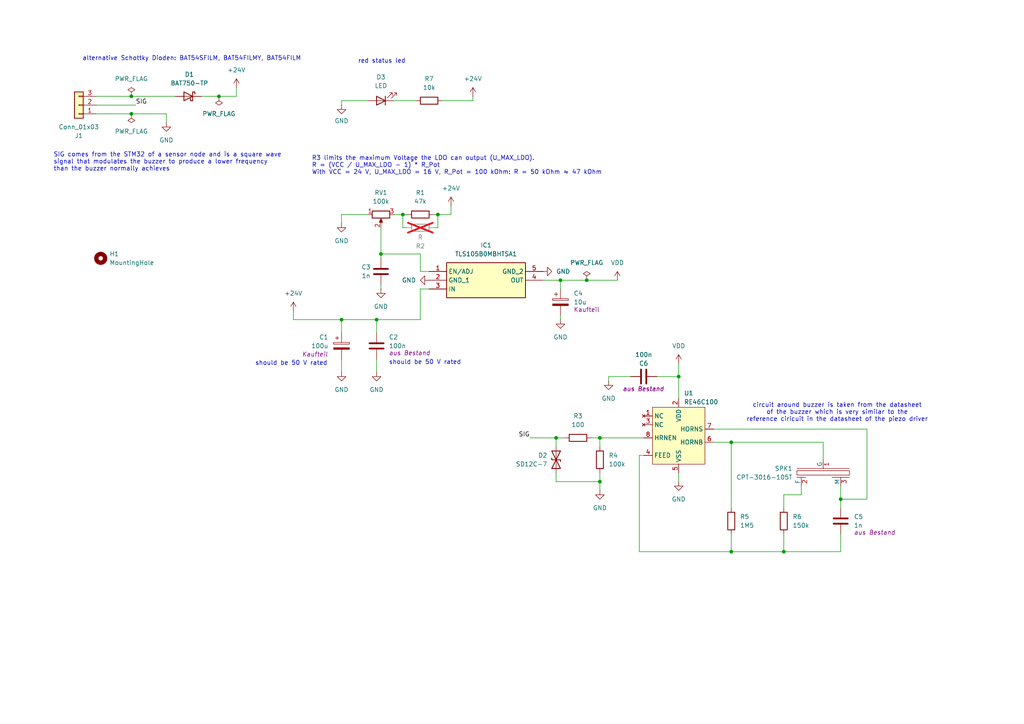
<source format=kicad_sch>
(kicad_sch (version 20231120) (generator "eeschema") (generator_version "8.0")
  (paper "A4")
  (title_block (title "Soundbox") (date "2024-12-04") (rev "FT25 v1.0") (company "FaSTTUBe"))
  (lib_symbols
    (symbol "Connector_Generic:Conn_01x03" (pin_names (offset 1.016) hide)
      (property "Reference" "J" (at 0 5.08 0))
      (property "Value" "Conn_01x03" (at 0 -5.08 0))
      (symbol "Conn_01x03_1_1"
        (rectangle (start -1.27 -2.413) (end 0 -2.667) (stroke (width 0.1524)))
        (rectangle (start -1.27 0.127) (end 0 -0.127) (stroke (width 0.1524)))
        (rectangle (start -1.27 2.667) (end 0 2.413) (stroke (width 0.1524)))
        (rectangle (start -1.27 3.81) (end 1.27 -3.81) (stroke (width 0.254)) (fill (type background)))
        (pin passive line (at -5.08 2.54 0) (length 3.81) (name "Pin_1") (number "1"))
        (pin passive line (at -5.08 0 0) (length 3.81) (name "Pin_2") (number "2"))
        (pin passive line (at -5.08 -2.54 0) (length 3.81) (name "Pin_3") (number "3"))
      )
    )
    (symbol "Device:C" (pin_numbers hide) (pin_names (offset 0.254))
      (property "Reference" "C" (at 0.635 2.54 0))
      (property "Value" "C" (at 0.635 -2.54 0))
      (symbol "C_0_1"
        (polyline (pts (xy -2.032 -0.762) (xy 2.032 -0.762)) (stroke (width 0.508)))
        (polyline (pts (xy -2.032 0.762) (xy 2.032 0.762)) (stroke (width 0.508)))
      )
      (symbol "C_1_1"
        (pin passive line (at 0 3.81 270) (length 2.794) (name "~") (number "1"))
        (pin passive line (at 0 -3.81 90) (length 2.794) (name "~") (number "2"))
      )
    )
    (symbol "Device:C_Polarized" (pin_numbers hide) (pin_names (offset 0.254))
      (property "Reference" "C" (at 0.635 2.54 0))
      (property "Value" "C_Polarized" (at 0.635 -2.54 0))
      (symbol "C_Polarized_0_1"
        (rectangle (start -2.286 0.508) (end 2.286 1.016))
        (polyline (pts (xy -1.778 2.286) (xy -0.762 2.286)))
        (polyline (pts (xy -1.27 2.794) (xy -1.27 1.778)))
        (rectangle (start 2.286 -0.508) (end -2.286 -1.016) (fill (type outline)))
      )
      (symbol "C_Polarized_1_1"
        (pin passive line (at 0 3.81 270) (length 2.794) (name "~") (number "1"))
        (pin passive line (at 0 -3.81 90) (length 2.794) (name "~") (number "2"))
      )
    )
    (symbol "Device:D_Schottky" (pin_numbers hide) (pin_names (offset 1.016) hide)
      (property "Reference" "D2" (at -0.3175 6.35 0))
      (property "Value" "BAT750-TP" (at -0.3175 3.81 0))
      (symbol "D_Schottky_0_1"
        (polyline (pts (xy 1.27 0) (xy -1.27 0)))
        (polyline (pts (xy 1.27 1.27) (xy 1.27 -1.27) (xy -1.27 0) (xy 1.27 1.27)) (stroke (width 0.254)))
        (polyline (pts (xy -1.905 0.635) (xy -1.905 1.27) (xy -1.27 1.27) (xy -1.27 -1.27) (xy -0.635 -1.27) (xy -0.635 -0.635)) (stroke (width 0.254)))
      )
      (symbol "D_Schottky_1_1"
        (pin passive line (at 3.81 0 180) (length 2.54) (name "A") (number "1"))
        (pin passive line (at -3.81 0 0) (length 2.54) (name "K") (number "3"))
      )
    )
    (symbol "Device:D_TVS" (pin_numbers hide) (pin_names (offset 1.016) hide)
      (property "Reference" "D" (at 0 2.54 0))
      (property "Value" "D_TVS" (at 0 -2.54 0))
      (symbol "D_TVS_0_1"
        (polyline (pts (xy 1.27 0) (xy -1.27 0)))
        (polyline (pts (xy 0.508 1.27) (xy 0 1.27) (xy 0 -1.27) (xy -0.508 -1.27)) (stroke (width 0.254)))
        (polyline (pts (xy -2.54 1.27) (xy -2.54 -1.27) (xy 2.54 1.27) (xy 2.54 -1.27) (xy -2.54 1.27)) (stroke (width 0.254)))
      )
      (symbol "D_TVS_1_1"
        (pin passive line (at -3.81 0 0) (length 2.54) (name "A1") (number "1"))
        (pin passive line (at 3.81 0 180) (length 2.54) (name "A2") (number "2"))
      )
    )
    (symbol "Device:LED" (pin_numbers hide) (pin_names (offset 1.016) hide)
      (property "Reference" "D" (at 0 2.54 0))
      (property "Value" "LED" (at 0 -2.54 0))
      (symbol "LED_0_1"
        (polyline (pts (xy -1.27 -1.27) (xy -1.27 1.27)) (stroke (width 0.254)))
        (polyline (pts (xy -1.27 0) (xy 1.27 0)))
        (polyline (pts (xy 1.27 -1.27) (xy 1.27 1.27) (xy -1.27 0) (xy 1.27 -1.27)) (stroke (width 0.254)))
        (polyline (pts (xy -3.048 -0.762) (xy -4.572 -2.286) (xy -3.81 -2.286) (xy -4.572 -2.286) (xy -4.572 -1.524)))
        (polyline (pts (xy -1.778 -0.762) (xy -3.302 -2.286) (xy -2.54 -2.286) (xy -3.302 -2.286) (xy -3.302 -1.524)))
      )
      (symbol "LED_1_1"
        (pin passive line (at -3.81 0 0) (length 2.54) (name "K") (number "1"))
        (pin passive line (at 3.81 0 180) (length 2.54) (name "A") (number "2"))
      )
    )
    (symbol "Device:R" (pin_numbers hide) (pin_names (offset 0))
      (property "Reference" "R" (at 2.032 0 90))
      (property "Value" "R" (at 0 0 90))
      (symbol "R_0_1"
        (rectangle (start -1.016 -2.54) (end 1.016 2.54) (stroke (width 0.254)))
      )
      (symbol "R_1_1"
        (pin passive line (at 0 3.81 270) (length 1.27) (name "~") (number "1"))
        (pin passive line (at 0 -3.81 90) (length 1.27) (name "~") (number "2"))
      )
    )
    (symbol "Device:R_Potentiometer" (pin_names (offset 1.016) hide)
      (property "Reference" "RV" (at -4.445 0 90))
      (property "Value" "R_Potentiometer" (at -2.54 0 90))
      (symbol "R_Potentiometer_0_1"
        (polyline (pts (xy 2.54 0) (xy 1.524 0)))
        (polyline (pts (xy 1.143 0) (xy 2.286 0.508) (xy 2.286 -0.508) (xy 1.143 0)) (fill (type outline)))
        (rectangle (start 1.016 2.54) (end -1.016 -2.54) (stroke (width 0.254)))
      )
      (symbol "R_Potentiometer_1_1"
        (pin passive line (at 0 3.81 270) (length 1.27) (name "1") (number "1"))
        (pin passive line (at 3.81 0 180) (length 1.27) (name "2") (number "2"))
        (pin passive line (at 0 -3.81 90) (length 1.27) (name "3") (number "3"))
      )
    )
    (symbol "Mechanical:MountingHole" (pin_names (offset 1.016)) (exclude_from_sim yes) (in_bom no)
      (property "Reference" "H" (at 0 5.08 0))
      (property "Value" "MountingHole" (at 0 3.175 0))
      (symbol "MountingHole_0_1"
        (circle (center 0 0) (radius 1.27) (stroke (width 1.27)))
      )
    )
    (symbol "power:+24V" (power) (pin_numbers hide) (pin_names (offset 0) hide)
      (property "Value" "+24V" (at 0 3.556 0))
      (symbol "+24V_0_1"
        (polyline (pts (xy -0.762 1.27) (xy 0 2.54)))
        (polyline (pts (xy 0 0) (xy 0 2.54)))
        (polyline (pts (xy 0 2.54) (xy 0.762 1.27)))
      )
      (symbol "+24V_1_1"
        (pin power_in line (at 0 0 90) (length 0) (name "~") (number "1"))
      )
    )
    (symbol "power:GND" (power) (pin_numbers hide) (pin_names (offset 0) hide)
      (property "Value" "GND" (at 0 -3.81 0))
      (symbol "GND_0_1"
        (polyline (pts (xy 0 0) (xy 0 -1.27) (xy 1.27 -1.27) (xy 0 -2.54) (xy -1.27 -1.27) (xy 0 -1.27)))
      )
      (symbol "GND_1_1"
        (pin power_in line (at 0 0 270) (length 0) (name "~") (number "1"))
      )
    )
    (symbol "power:PWR_FLAG" (power) (pin_numbers hide) (pin_names (offset 0) hide)
      (property "Value" "PWR_FLAG" (at 0 3.81 0))
      (symbol "PWR_FLAG_0_0"
        (pin power_out line (at 0 0 90) (length 0) (name "~") (number "1"))
      )
      (symbol "PWR_FLAG_0_1"
        (polyline (pts (xy 0 0) (xy 0 1.27) (xy -1.016 1.905) (xy 0 2.54) (xy 1.016 1.905) (xy 0 1.27)))
      )
    )
    (symbol "power:VDD" (power) (pin_numbers hide) (pin_names (offset 0) hide)
      (property "Value" "VDD" (at 0 3.556 0))
      (symbol "VDD_0_1"
        (polyline (pts (xy -0.762 1.27) (xy 0 2.54)))
        (polyline (pts (xy 0 0) (xy 0 2.54)))
        (polyline (pts (xy 0 2.54) (xy 0.762 1.27)))
      )
      (symbol "VDD_1_1"
        (pin power_in line (at 0 0 90) (length 0) (name "~") (number "1"))
      )
    )
    (symbol "soundbox:CPT-3016-105T" (pin_names (offset 0))
      (property "Reference" "SPK" (at -5.588 2.54 0))
      (property "Value" "CPT-3016-105T" (at 10.668 2.54 0))
      (symbol "CPT-3016-105T_0_0"
        (pin passive line (at 0 3.81 270) (length 2.54) (name "G") (number "1"))
        (pin passive line (at -6.35 -3.81 90) (length 2.54) (name "F") (number "2"))
        (pin passive line (at 5.08 -3.81 90) (length 2.54) (name "M") (number "3"))
      )
      (symbol "CPT-3016-105T_0_1"
        (rectangle (start -7.62 0.635) (end 7.62 -0.635))
        (polyline (pts (xy -7.62 -1.27) (xy -5.08 -1.27)))
        (polyline (pts (xy 7.62 -1.27) (xy 2.54 -1.27)))
        (polyline (pts (xy 7.62 1.27) (xy -7.62 1.27)))
      )
    )
    (symbol "soundbox:RE46C100"
      (property "Reference" "U" (at -6.604 9.144 0))
      (property "Value" "RE46C100" (at 5.842 9.144 0))
      (symbol "RE46C100_0_0"
        (pin no_connect line (at -10.16 5.08 0) (length 2.54) (name "NC") (number "1"))
        (pin power_in line (at 0 10.16 270) (length 2.54) (name "VDD") (number "2"))
        (pin no_connect line (at -10.16 2.54 0) (length 2.54) (name "NC") (number "3"))
        (pin input line (at -10.16 -6.35 0) (length 2.54) (name "FEED") (number "4"))
        (pin power_in line (at 0 -11.43 90) (length 2.54) (name "VSS") (number "5"))
        (pin output line (at 10.16 -2.54 180) (length 2.54) (name "HORNB") (number "6"))
        (pin output line (at 10.16 1.27 180) (length 2.54) (name "HORNS") (number "7"))
        (pin input line (at -10.16 -1.27 0) (length 2.54) (name "HRNEN") (number "8"))
      )
      (symbol "RE46C100_1_1"
        (rectangle (start -7.62 7.62) (end 7.62 -8.89) (fill (type background)))
      )
    )
    (symbol "soundbox:TLS105B0MBHTSA1"
      (property "Reference" "IC" (at 29.21 7.62 0))
      (property "Value" "TLS105B0MBHTSA1" (at 29.21 5.08 0))
      (symbol "TLS105B0MBHTSA1_1_1"
        (rectangle (start 5.08 2.54) (end 27.94 -7.62) (stroke (width 0.254)) (fill (type background)))
        (pin passive line (at 0 0 0) (length 5.08) (name "EN/ADJ") (number "1"))
        (pin passive line (at 0 -2.54 0) (length 5.08) (name "GND_1") (number "2"))
        (pin passive line (at 0 -5.08 0) (length 5.08) (name "IN") (number "3"))
        (pin passive line (at 33.02 -2.54 180) (length 5.08) (name "OUT") (number "4"))
        (pin passive line (at 33.02 0 180) (length 5.08) (name "GND_2") (number "5"))
      )
    )
  )
  (junction (at 196.85 109.22))
  (junction (at 173.99 139.7))
  (junction (at 38.1 27.94))
  (junction (at 243.84 144.78))
  (junction (at 63.5 27.94))
  (junction (at 99.06 92.71))
  (junction (at 110.49 73.66))
  (junction (at 38.1 33.02))
  (junction (at 116.84 62.23))
  (junction (at 109.22 92.71))
  (junction (at 162.56 81.28))
  (junction (at 127 62.23))
  (junction (at 161.29 127))
  (junction (at 212.09 160.02))
  (junction (at 212.09 128.27))
  (junction (at 227.33 160.02))
  (junction (at 173.99 127))
  (junction (at 170.18 81.28))
  (wire (pts (xy 27.94 27.94) (xy 38.1 27.94)))
  (wire (pts (xy 171.45 127) (xy 173.99 127)))
  (wire (pts (xy 243.84 140.97) (xy 243.84 144.78)))
  (wire (pts (xy 227.33 147.32) (xy 227.33 143.51)))
  (wire (pts (xy 207.01 128.27) (xy 212.09 128.27)))
  (wire (pts (xy 110.49 74.93) (xy 110.49 73.66)))
  (wire (pts (xy 125.73 62.23) (xy 127 62.23)))
  (wire (pts (xy 27.94 33.02) (xy 38.1 33.02)))
  (wire (pts (xy 109.22 92.71) (xy 121.92 92.71)))
  (wire (pts (xy 109.22 104.14) (xy 109.22 107.95)))
  (wire (pts (xy 170.18 81.28) (xy 179.07 81.28)))
  (wire (pts (xy 173.99 127) (xy 186.69 127)))
  (wire (pts (xy 121.92 73.66) (xy 121.92 78.74)))
  (wire (pts (xy 118.11 66.04) (xy 116.84 66.04)))
  (wire (pts (xy 48.26 33.02) (xy 48.26 35.56)))
  (wire (pts (xy 196.85 137.16) (xy 196.85 139.7)))
  (wire (pts (xy 128.27 29.21) (xy 137.16 29.21)))
  (wire (pts (xy 114.3 29.21) (xy 120.65 29.21)))
  (wire (pts (xy 63.5 27.94) (xy 68.58 27.94)))
  (wire (pts (xy 190.5 109.22) (xy 196.85 109.22)))
  (wire (pts (xy 161.29 139.7) (xy 173.99 139.7)))
  (wire (pts (xy 27.94 30.48) (xy 39.37 30.48)))
  (wire (pts (xy 110.49 73.66) (xy 121.92 73.66)))
  (wire (pts (xy 99.06 92.71) (xy 99.06 96.52)))
  (wire (pts (xy 162.56 91.44) (xy 162.56 92.71)))
  (wire (pts (xy 212.09 154.94) (xy 212.09 160.02)))
  (wire (pts (xy 243.84 144.78) (xy 251.46 144.78)))
  (wire (pts (xy 109.22 92.71) (xy 99.06 92.71)))
  (wire (pts (xy 251.46 124.46) (xy 207.01 124.46)))
  (wire (pts (xy 85.09 90.17) (xy 85.09 92.71)))
  (wire (pts (xy 110.49 83.82) (xy 110.49 82.55)))
  (wire (pts (xy 212.09 128.27) (xy 238.76 128.27)))
  (wire (pts (xy 58.42 27.94) (xy 63.5 27.94)))
  (wire (pts (xy 99.06 29.21) (xy 99.06 30.48)))
  (wire (pts (xy 227.33 143.51) (xy 232.41 143.51)))
  (wire (pts (xy 173.99 137.16) (xy 173.99 139.7)))
  (wire (pts (xy 243.84 154.94) (xy 243.84 160.02)))
  (wire (pts (xy 162.56 81.28) (xy 162.56 83.82)))
  (wire (pts (xy 127 66.04) (xy 127 62.23)))
  (wire (pts (xy 243.84 144.78) (xy 243.84 147.32)))
  (wire (pts (xy 137.16 29.21) (xy 137.16 27.94)))
  (wire (pts (xy 106.68 29.21) (xy 99.06 29.21)))
  (wire (pts (xy 232.41 143.51) (xy 232.41 140.97)))
  (wire (pts (xy 161.29 127) (xy 163.83 127)))
  (wire (pts (xy 118.11 62.23) (xy 116.84 62.23)))
  (wire (pts (xy 162.56 81.28) (xy 170.18 81.28)))
  (wire (pts (xy 110.49 66.04) (xy 110.49 73.66)))
  (wire (pts (xy 161.29 137.16) (xy 161.29 139.7)))
  (wire (pts (xy 116.84 66.04) (xy 116.84 62.23)))
  (wire (pts (xy 227.33 160.02) (xy 243.84 160.02)))
  (wire (pts (xy 116.84 62.23) (xy 114.3 62.23)))
  (wire (pts (xy 99.06 64.77) (xy 99.06 62.23)))
  (wire (pts (xy 153.67 127) (xy 161.29 127)))
  (wire (pts (xy 185.42 160.02) (xy 212.09 160.02)))
  (wire (pts (xy 161.29 127) (xy 161.29 129.54)))
  (wire (pts (xy 173.99 139.7) (xy 173.99 142.24)))
  (wire (pts (xy 196.85 105.41) (xy 196.85 109.22)))
  (wire (pts (xy 99.06 92.71) (xy 85.09 92.71)))
  (wire (pts (xy 127 62.23) (xy 130.81 62.23)))
  (wire (pts (xy 173.99 127) (xy 173.99 129.54)))
  (wire (pts (xy 212.09 128.27) (xy 212.09 147.32)))
  (wire (pts (xy 185.42 132.08) (xy 185.42 160.02)))
  (wire (pts (xy 38.1 33.02) (xy 48.26 33.02)))
  (wire (pts (xy 121.92 92.71) (xy 121.92 83.82)))
  (wire (pts (xy 121.92 78.74) (xy 124.46 78.74)))
  (wire (pts (xy 68.58 25.4) (xy 68.58 27.94)))
  (wire (pts (xy 238.76 128.27) (xy 238.76 133.35)))
  (wire (pts (xy 38.1 27.94) (xy 50.8 27.94)))
  (wire (pts (xy 196.85 109.22) (xy 196.85 115.57)))
  (wire (pts (xy 130.81 62.23) (xy 130.81 59.69)))
  (wire (pts (xy 121.92 83.82) (xy 124.46 83.82)))
  (wire (pts (xy 212.09 160.02) (xy 227.33 160.02)))
  (wire (pts (xy 176.53 109.22) (xy 176.53 110.49)))
  (wire (pts (xy 227.33 154.94) (xy 227.33 160.02)))
  (wire (pts (xy 186.69 132.08) (xy 185.42 132.08)))
  (wire (pts (xy 182.88 109.22) (xy 176.53 109.22)))
  (wire (pts (xy 157.48 81.28) (xy 162.56 81.28)))
  (wire (pts (xy 251.46 144.78) (xy 251.46 124.46)))
  (wire (pts (xy 99.06 62.23) (xy 106.68 62.23)))
  (wire (pts (xy 99.06 104.14) (xy 99.06 107.95)))
  (wire (pts (xy 109.22 92.71) (xy 109.22 96.52)))
  (wire (pts (xy 125.73 66.04) (xy 127 66.04)))
  (text "R3 limits the maximum Voltage the LDO can output (U_MAX_LDO).\nR = (VCC / U_MAX_LDO - 1) * R_Pot\nWith VCC = 24 V, U_MAX_LDO = 16 V, R_Pot = 100 kOhm: R = 50 kOhm ≈ 47 kOhm" (at 90.424 48.006 0) (effects (font (size 1.27 1.27)) (justify left)))
  (text "circuit around buzzer is taken from the datasheet\nof the buzzer which is very similar to the\nreference ciricuit in the datasheet of the piezo driver" (at 242.824 119.634 0) (effects (font (size 1.27 1.27))))
  (text "should be 50 V rated" (at 112.776 105.156 0) (effects (font (size 1.27 1.27)) (justify left)))
  (text "red status led" (at 110.744 17.78 0) (effects (font (size 1.27 1.27))))
  (text "alternative Schottky Dioden: BAT54SFILM, BAT54FILMY, BAT54FILM" (at 55.626 17.018 0) (effects (font (size 1.27 1.27))))
  (text "should be 50 V rated" (at 94.996 105.41 0) (effects (font (size 1.27 1.27)) (justify right)))
  (text "SIG comes from the STM32 of a sensor node and is a square wave\nsignal that modulates the buzzer to produce a lower frequency\nthan the buzzer normally achieves" (at 15.494 46.99 0) (effects (font (size 1.27 1.27)) (justify left)))
  (label "SIG" (at 153.67 127 180))
  (label "SIG" (at 39.37 30.48 0))
  (symbol (lib_id "power:+24V") (at 68.58 25.4 0) (unit 1)
    (property "Reference" "#PWR02" (effects (hide yes)))
    (property "Value" "+24V" (at 68.58 20.32 0))
    (property "Description" "Power symbol creates a global label with name \"+24V\"" (effects (hide yes)))
  )
  (symbol (lib_id "power:GND") (at 99.06 30.48 0) (unit 1)
    (property "Reference" "#PWR017" (effects (hide yes)))
    (property "Value" "GND" (at 99.06 35.052 0))
    (property "Description" "Power symbol creates a global label with name \"GND\" , ground" (effects (hide yes)))
  )
  (symbol (lib_id "Device:C") (at 109.22 100.33 0) (unit 1)
    (property "Reference" "C2" (at 112.776 97.79 0) (effects (justify left)))
    (property "Value" "100n" (at 112.776 100.33 0) (effects (justify left)))
    (property "Footprint" "Capacitor_SMD:C_0603_1608Metric_Pad1.08x0.95mm_HandSolder" (effects (hide yes)))
    (property "Description" "Unpolarized capacitor" (effects (hide yes)))
    (property "source" "aus Bestand" (at 112.776 102.3621 0) (effects (font (italic yes)) (justify left)))
  )
  (symbol (lib_id "power:+24V") (at 85.09 90.17 0) (unit 1)
    (property "Reference" "#PWR03" (effects (hide yes)))
    (property "Value" "+24V" (at 85.09 85.09 0))
    (property "Description" "Power symbol creates a global label with name \"+24V\"" (effects (hide yes)))
  )
  (symbol (lib_id "Device:C") (at 243.84 151.13 0) (unit 1)
    (property "Reference" "C5" (at 247.65 149.8599 0) (effects (justify left)))
    (property "Value" "1n" (at 247.65 152.3999 0) (effects (justify left)))
    (property "Footprint" "Capacitor_SMD:C_0603_1608Metric_Pad1.08x0.95mm_HandSolder" (effects (hide yes)))
    (property "Description" "Unpolarized capacitor" (effects (hide yes)))
    (property "source" "aus Bestand" (at 247.65 154.432 0) (effects (font (italic yes)) (justify left)))
  )
  (symbol (lib_id "power:GND") (at 176.53 110.49 0) (unit 1)
    (property "Reference" "#PWR016" (effects (hide yes)))
    (property "Value" "GND" (at 176.53 115.57 0))
    (property "Description" "Power symbol creates a global label with name \"GND\" , ground" (effects (hide yes)))
  )
  (symbol (lib_id "power:GND") (at 99.06 107.95 0) (unit 1)
    (property "Reference" "#PWR05" (effects (hide yes)))
    (property "Value" "GND" (at 99.06 113.03 0))
    (property "Description" "Power symbol creates a global label with name \"GND\" , ground" (effects (hide yes)))
  )
  (symbol (lib_id "power:+24V") (at 137.16 27.94 0) (unit 1)
    (property "Reference" "#PWR018" (effects (hide yes)))
    (property "Value" "+24V" (at 137.16 22.86 0))
    (property "Description" "Power symbol creates a global label with name \"+24V\"" (effects (hide yes)))
  )
  (symbol (lib_id "power:+24V") (at 130.81 59.69 0) (mirror y) (unit 1)
    (property "Reference" "#PWR09" (effects (hide yes)))
    (property "Value" "+24V" (at 130.81 54.61 0))
    (property "Description" "Power symbol creates a global label with name \"+24V\"" (effects (hide yes)))
  )
  (symbol (lib_id "Device:C_Polarized") (at 162.56 87.63 0) (unit 1)
    (property "Reference" "C4" (at 166.37 85.09 0) (effects (justify left)))
    (property "Value" "10u" (at 166.37 87.63 0) (effects (justify left)))
    (property "Footprint" "soundbox:EEE0GA101SR" (effects (hide yes)))
    (property "Datasheet" "http://industrial.panasonic.com/cdbs/www-data/pdf/RDE0000/ABA0000C1181.pdf" (effects (hide yes)))
    (property "Description" "Polarized capacitor" (effects (hide yes)))
    (property "Height" "6.5" (effects (hide yes)))
    (property "Manufacturer_Name" "Panasonic" (effects (hide yes)))
    (property "Manufacturer_Part_Number" "EEE-FK1V100R" (effects (hide yes)))
    (property "Mouser Part Number" "667-EEE-FK1V100R" (effects (hide yes)))
    (property "Mouser Price/Stock" "https://www.mouser.co.uk/ProductDetail/Panasonic/EEE-FK1V100R?qs=qE6bgDGEOCsyhLm838k2dA%3D%3D" (effects (hide yes)))
    (property "source" "Kaufteil" (at 166.37 89.7891 0) (effects (justify left)))
  )
  (symbol (lib_id "Device:R") (at 124.46 29.21 90) (unit 1)
    (property "Reference" "R7" (at 124.46 22.86 90))
    (property "Value" "10k" (at 124.46 25.4 90))
    (property "Footprint" "Resistor_SMD:R_0603_1608Metric_Pad0.98x0.95mm_HandSolder" (effects (hide yes)))
    (property "Description" "Resistor" (effects (hide yes)))
  )
  (symbol (lib_id "Device:D_Schottky") (at 54.61 27.94 0) (mirror y) (unit 1)
    (property "Reference" "D1" (at 54.9275 21.59 0))
    (property "Value" "BAT750-TP" (at 54.9275 24.13 0))
    (property "Footprint" "Package_TO_SOT_SMD:SOT-23_Handsoldering" (effects (hide yes)))
    (property "Datasheet" "https://eu.mouser.com/datasheet/2/258/BAT750_SOT_23_-3365222.pdf" (effects (hide yes)))
    (property "Description" "Schottky diode" (effects (hide yes)))
  )
  (symbol (lib_id "Connector_Generic:Conn_01x03") (at 22.86 30.48 180) (unit 1)
    (property "Reference" "J1" (at 22.86 39.37 0))
    (property "Value" "Conn_01x03" (at 22.86 36.83 0))
    (property "Footprint" "soundbox:TE Micro-Mate-N-Lok 1x03" (effects (hide yes)))
    (property "Description" "Generic connector, single row, 01x03, script generated (kicad-library-utils/schlib/autogen/connector/)" (effects (hide yes)))
  )
  (symbol (lib_id "power:VDD") (at 196.85 105.41 0) (unit 1)
    (property "Reference" "#PWR014" (effects (hide yes)))
    (property "Value" "VDD" (at 196.85 100.33 0))
    (property "Description" "Power symbol creates a global label with name \"VDD\"" (effects (hide yes)))
  )
  (symbol (lib_id "power:VDD") (at 179.07 81.28 0) (unit 1)
    (property "Reference" "#PWR013" (effects (hide yes)))
    (property "Value" "VDD" (at 179.07 76.2 0))
    (property "Description" "Power symbol creates a global label with name \"VDD\"" (effects (hide yes)))
  )
  (symbol (lib_id "power:GND") (at 99.06 64.77 0) (unit 1)
    (property "Reference" "#PWR04" (effects (hide yes)))
    (property "Value" "GND" (at 99.06 69.85 0))
    (property "Description" "Power symbol creates a global label with name \"GND\" , ground" (effects (hide yes)))
  )
  (symbol (lib_id "Device:C") (at 110.49 78.74 180) (unit 1)
    (property "Reference" "C3" (at 106.172 77.47 0))
    (property "Value" "1n" (at 106.172 80.01 0))
    (property "Footprint" "Capacitor_SMD:C_0603_1608Metric_Pad1.08x0.95mm_HandSolder" (effects (hide yes)))
    (property "Description" "Unpolarized capacitor" (effects (hide yes)))
  )
  (symbol (lib_id "power:GND") (at 173.99 142.24 0) (unit 1)
    (property "Reference" "#PWR012" (effects (hide yes)))
    (property "Value" "GND" (at 173.99 147.32 0))
    (property "Description" "Power symbol creates a global label with name \"GND\" , ground" (effects (hide yes)))
  )
  (symbol (lib_id "soundbox:TLS105B0MBHTSA1") (at 124.46 78.74 0) (unit 1)
    (property "Reference" "IC1" (at 140.97 71.12 0))
    (property "Value" "TLS105B0MBHTSA1" (at 140.97 73.66 0))
    (property "Footprint" "soundbox:PG-SCT595-5" (effects (hide yes)))
    (property "Datasheet" "https://componentsearchengine.com/Datasheets/1/TLS105B0MBHTSA1.pdf" (effects (hide yes)))
    (property "Description" "LDO Voltage Regulators LINEAR VOLTAGE REGULATOR" (effects (hide yes)))
    (property "Height" "1.1" (effects (hide yes)))
    (property "Mouser Part Number" "726-TLS105B0MBHTSA1" (effects (hide yes)))
    (property "Mouser Price/Stock" "https://www.mouser.co.uk/ProductDetail/Infineon-Technologies/TLS105B0MBHTSA1?qs=F5EMLAvA7ID68BPIw0f4TQ%3D%3D" (effects (hide yes)))
    (property "Manufacturer_Name" "Infineon" (effects (hide yes)))
    (property "Manufacturer_Part_Number" "TLS105B0MBHTSA1" (effects (hide yes)))
  )
  (symbol (lib_id "Device:D_TVS") (at 161.29 133.35 270) (unit 1)
    (property "Reference" "D2" (at 158.75 132.0799 90) (effects (justify right)))
    (property "Value" "SD12C-7" (at 158.75 134.6199 90) (effects (justify right)))
    (property "Footprint" "Diode_SMD:D_SOD-323_HandSoldering" (effects (hide yes)))
    (property "Datasheet" "https://eu.mouser.com/datasheet/2/115/DIOD_S_A0009691744_1-2543273.pdf" (effects (hide yes)))
    (property "Description" "Bidirectional transient-voltage-suppression diode SD12C-7" (effects (hide yes)))
  )
  (symbol (lib_id "Device:LED") (at 110.49 29.21 180) (unit 1)
    (property "Reference" "D3" (at 110.49 22.352 0))
    (property "Value" "LED" (at 110.49 24.892 0))
    (property "Footprint" "LED_SMD:LED_0603_1608Metric_Pad1.05x0.95mm_HandSolder" (effects (hide yes)))
    (property "Datasheet" "https://www.we-online.com/components/products/datasheet/150060RS75000.pdf" (effects (hide yes)))
    (property "Description" "Light emitting diode red WE 150060RS75000" (effects (hide yes)))
  )
  (symbol (lib_id "power:GND") (at 110.49 83.82 0) (unit 1)
    (property "Reference" "#PWR07" (effects (hide yes)))
    (property "Value" "GND" (at 110.49 88.9 0))
    (property "Description" "Power symbol creates a global label with name \"GND\" , ground" (effects (hide yes)))
  )
  (symbol (lib_id "power:PWR_FLAG") (at 63.5 27.94 0) (mirror x) (unit 1)
    (property "Reference" "#FLG03" (effects (hide yes)))
    (property "Value" "PWR_FLAG" (at 63.5 33.02 0))
    (property "Description" "Special symbol for telling ERC where power comes from" (effects (hide yes)))
  )
  (symbol (lib_id "Device:R") (at 121.92 62.23 270) (mirror x) (unit 1)
    (property "Reference" "R1" (at 121.92 55.88 90))
    (property "Value" "47k" (at 121.92 58.42 90))
    (property "Footprint" "Resistor_SMD:R_0603_1608Metric_Pad0.98x0.95mm_HandSolder" (effects (hide yes)))
    (property "Description" "Resistor" (effects (hide yes)))
  )
  (symbol (lib_id "Device:C") (at 186.69 109.22 90) (unit 1)
    (property "Reference" "C6" (at 186.69 105.4101 90))
    (property "Value" "100n" (at 186.69 102.8701 90))
    (property "Footprint" "Capacitor_SMD:C_0603_1608Metric_Pad1.08x0.95mm_HandSolder" (effects (hide yes)))
    (property "Description" "Unpolarized capacitor" (effects (hide yes)))
    (property "source" "aus Bestand" (at 186.69 112.776 90) (effects (font (italic yes))))
  )
  (symbol (lib_id "Device:R") (at 121.92 66.04 270) (mirror x) (unit 1) (dnp yes)
    (property "Reference" "R2" (at 121.92 71.374 90))
    (property "Value" "R" (at 121.92 68.834 90))
    (property "Footprint" "Resistor_SMD:R_0603_1608Metric_Pad0.98x0.95mm_HandSolder" (effects (hide yes)))
    (property "Description" "Resistor" (effects (hide yes)))
  )
  (symbol (lib_id "Device:R_Potentiometer") (at 110.49 62.23 90) (mirror x) (unit 1)
    (property "Reference" "RV1" (at 110.49 55.88 90))
    (property "Value" "100k" (at 110.49 58.42 90))
    (property "Footprint" "soundbox:06TR4FA104DPR" (effects (hide yes)))
    (property "Datasheet" "https://www.mouser.de/datasheet/2/96/CTS_Trimmer_Potentiometer_06TR_Datasheet-3400490.pdf" (effects (hide yes)))
    (property "Description" "Potentiometer 06TR4FA104DPR" (effects (hide yes)))
    (property "MMN" "06TR4FA104DPR" (effects (hide yes)))
  )
  (symbol (lib_id "power:GND") (at 196.85 139.7 0) (unit 1)
    (property "Reference" "#PWR015" (effects (hide yes)))
    (property "Value" "GND" (at 196.85 144.78 0))
    (property "Description" "Power symbol creates a global label with name \"GND\" , ground" (effects (hide yes)))
  )
  (symbol (lib_id "power:GND") (at 162.56 92.71 0) (unit 1)
    (property "Reference" "#PWR011" (effects (hide yes)))
    (property "Value" "GND" (at 162.56 97.79 0))
    (property "Description" "Power symbol creates a global label with name \"GND\" , ground" (effects (hide yes)))
  )
  (symbol (lib_id "power:GND") (at 109.22 107.95 0) (unit 1)
    (property "Reference" "#PWR06" (effects (hide yes)))
    (property "Value" "GND" (at 109.22 113.03 0))
    (property "Description" "Power symbol creates a global label with name \"GND\" , ground" (effects (hide yes)))
  )
  (symbol (lib_id "power:GND") (at 48.26 35.56 0) (unit 1)
    (property "Reference" "#PWR01" (effects (hide yes)))
    (property "Value" "GND" (at 48.26 40.64 0))
    (property "Description" "Power symbol creates a global label with name \"GND\" , ground" (effects (hide yes)))
  )
  (symbol (lib_id "Device:R") (at 167.64 127 90) (unit 1)
    (property "Reference" "R3" (at 167.64 120.65 90))
    (property "Value" "100" (at 167.64 123.19 90))
    (property "Footprint" "Resistor_SMD:R_0603_1608Metric_Pad0.98x0.95mm_HandSolder" (effects (hide yes)))
    (property "Description" "Resistor" (effects (hide yes)))
  )
  (symbol (lib_id "power:PWR_FLAG") (at 170.18 81.28 0) (unit 1)
    (property "Reference" "#FLG04" (effects (hide yes)))
    (property "Value" "PWR_FLAG" (at 170.18 76.2 0))
    (property "Description" "Special symbol for telling ERC where power comes from" (effects (hide yes)))
  )
  (symbol (lib_id "power:PWR_FLAG") (at 38.1 33.02 0) (mirror x) (unit 1)
    (property "Reference" "#FLG02" (effects (hide yes)))
    (property "Value" "PWR_FLAG" (at 38.1 38.1 0))
    (property "Description" "Special symbol for telling ERC where power comes from" (effects (hide yes)))
  )
  (symbol (lib_id "Device:R") (at 227.33 151.13 0) (unit 1)
    (property "Reference" "R6" (at 229.87 149.8599 0) (effects (justify left)))
    (property "Value" "150k" (at 229.87 152.3999 0) (effects (justify left)))
    (property "Footprint" "Resistor_SMD:R_0603_1608Metric_Pad0.98x0.95mm_HandSolder" (effects (hide yes)))
    (property "Description" "Resistor" (effects (hide yes)))
  )
  (symbol (lib_id "Device:R") (at 173.99 133.35 0) (unit 1)
    (property "Reference" "R4" (at 176.53 132.0799 0) (effects (justify left)))
    (property "Value" "100k" (at 176.53 134.6199 0) (effects (justify left)))
    (property "Footprint" "Resistor_SMD:R_0603_1608Metric_Pad0.98x0.95mm_HandSolder" (effects (hide yes)))
    (property "Description" "Resistor" (effects (hide yes)))
  )
  (symbol (lib_id "power:GND") (at 157.48 78.74 90) (unit 1)
    (property "Reference" "#PWR010" (effects (hide yes)))
    (property "Value" "GND" (at 161.29 78.7399 90) (effects (justify right)))
    (property "Description" "Power symbol creates a global label with name \"GND\" , ground" (effects (hide yes)))
  )
  (symbol (lib_id "power:PWR_FLAG") (at 38.1 27.94 0) (unit 1)
    (property "Reference" "#FLG01" (effects (hide yes)))
    (property "Value" "PWR_FLAG" (at 38.1 22.86 0))
    (property "Description" "Special symbol for telling ERC where power comes from" (effects (hide yes)))
  )
  (symbol (lib_id "Mechanical:MountingHole") (at 29.21 74.93 0) (unit 1) (exclude_from_sim yes) (in_bom no)
    (property "Reference" "H1" (at 31.75 73.6599 0) (effects (justify left)))
    (property "Value" "MountingHole" (at 31.75 76.1999 0) (effects (justify left)))
    (property "Footprint" "MountingHole:MountingHole_3.2mm_M3_DIN965" (effects (hide yes)))
    (property "Description" "Mounting Hole without connection" (effects (hide yes)))
  )
  (symbol (lib_id "soundbox:RE46C100") (at 196.85 125.73 0) (unit 1)
    (property "Reference" "U1" (at 198.374 114.046 0) (effects (justify left)))
    (property "Value" "RE46C100" (at 198.374 116.586 0) (effects (justify left)))
    (property "Footprint" "Package_SO:SOIC-8_3.9x4.9mm_P1.27mm" (effects (hide yes)))
    (property "Datasheet" "https://www.mouser.de/datasheet/2/268/20002166B-3443049.pdf" (effects (hide yes)))
    (property "Description" "Piezoelectric Horn Driver Circuit" (effects (hide yes)))
  )
  (symbol (lib_id "soundbox:CPT-3016-105T") (at 238.76 137.16 0) (unit 1)
    (property "Reference" "SPK1" (at 229.87 135.89 0) (effects (justify right)))
    (property "Value" "CPT-3016-105T" (at 229.87 138.43 0) (effects (justify right)))
    (property "Footprint" "soundbox:CPT-3016-105T" (effects (hide yes)))
    (property "Datasheet" "https://www.mouser.de/datasheet/2/1628/cpt_3016_105t-3509585.pdf" (effects (hide yes)))
    (property "Description" "PIEZO BUZZER TRANSDUCER" (effects (hide yes)))
  )
  (symbol (lib_id "Device:C_Polarized") (at 99.06 100.33 0) (unit 1)
    (property "Reference" "C1" (at 95.25 97.79 0) (effects (justify right)))
    (property "Value" "100u" (at 95.25 100.33 0) (effects (justify right)))
    (property "Footprint" "soundbox:EEE1AA101SP" (effects (hide yes)))
    (property "Datasheet" "http://industrial.panasonic.com/cdbs/www-data/pdf/RDE0000/ABA0000C1240.pdf" (effects (hide yes)))
    (property "Description" "Polarized capacitor" (effects (hide yes)))
    (property "Height" "7.8" (effects (hide yes)))
    (property "Manufacturer_Name" "Panasonic" (effects (hide yes)))
    (property "Manufacturer_Part_Number" "EEE-FT1V101AP" (effects (hide yes)))
    (property "Mouser Part Number" "667-EEE-FT1V101AP" (effects (hide yes)))
    (property "Mouser Price/Stock" "https://www.mouser.co.uk/ProductDetail/Panasonic/EEE-FT1V101AP?qs=CMJjuEs1%252BuEsbOqam%2FkTqg%3D%3D" (effects (hide yes)))
    (property "source" "Kaufteil" (at 94.996 102.7431 0) (effects (font (italic yes)) (justify right)))
  )
  (symbol (lib_id "power:GND") (at 124.46 81.28 270) (unit 1)
    (property "Reference" "#PWR08" (effects (hide yes)))
    (property "Value" "GND" (at 120.65 81.2799 90) (effects (justify right)))
    (property "Description" "Power symbol creates a global label with name \"GND\" , ground" (effects (hide yes)))
  )
  (symbol (lib_id "Device:R") (at 212.09 151.13 0) (unit 1)
    (property "Reference" "R5" (at 214.63 149.8599 0) (effects (justify left)))
    (property "Value" "1M5" (at 214.63 152.3999 0) (effects (justify left)))
    (property "Footprint" "Resistor_SMD:R_0603_1608Metric_Pad0.98x0.95mm_HandSolder" (effects (hide yes)))
    (property "Description" "Resistor" (effects (hide yes)))
  )
)
</source>
